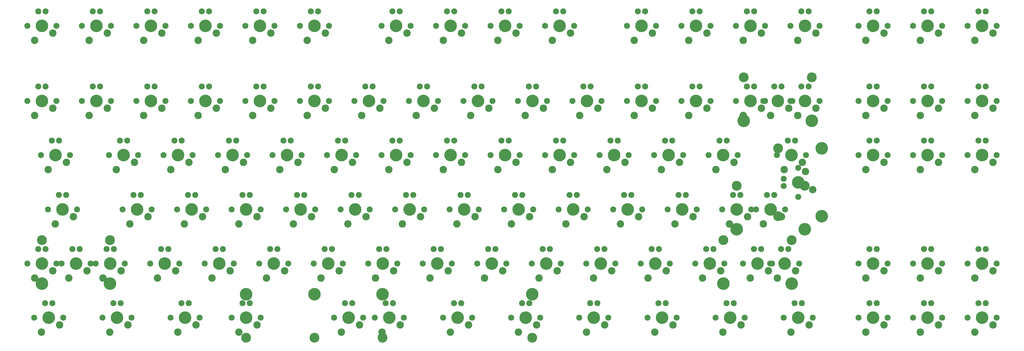
<source format=gbr>
G04 #@! TF.GenerationSoftware,KiCad,Pcbnew,5.1.5-52549c5~84~ubuntu16.04.1*
G04 #@! TF.CreationDate,2020-02-26T23:37:19+06:00*
G04 #@! TF.ProjectId,wasd-kbd80,77617364-2d6b-4626-9438-302e6b696361,rev?*
G04 #@! TF.SameCoordinates,Original*
G04 #@! TF.FileFunction,Soldermask,Top*
G04 #@! TF.FilePolarity,Negative*
%FSLAX46Y46*%
G04 Gerber Fmt 4.6, Leading zero omitted, Abs format (unit mm)*
G04 Created by KiCad (PCBNEW 5.1.5-52549c5~84~ubuntu16.04.1) date 2020-02-26 23:37:19*
%MOMM*%
%LPD*%
G04 APERTURE LIST*
%ADD10C,2.600000*%
%ADD11C,4.400000*%
%ADD12C,2.100000*%
%ADD13C,3.450000*%
G04 APERTURE END LIST*
D10*
X385800000Y-162300000D03*
X392150000Y-159760000D03*
D11*
X388340000Y-157220000D03*
D12*
X393420000Y-157220000D03*
X383260000Y-157220000D03*
X387070000Y-152140000D03*
X389610000Y-152140000D03*
D10*
X57200000Y-117000000D03*
X63550000Y-114460000D03*
D11*
X59740000Y-111920000D03*
D12*
X64820000Y-111920000D03*
X54660000Y-111920000D03*
X58470000Y-106840000D03*
X61010000Y-106840000D03*
D10*
X76250000Y-117000000D03*
X82600000Y-114460000D03*
D11*
X78790000Y-111920000D03*
D12*
X83870000Y-111920000D03*
X73710000Y-111920000D03*
X77520000Y-106840000D03*
X80060000Y-106840000D03*
D10*
X95300000Y-117000000D03*
X101650000Y-114460000D03*
D11*
X97840000Y-111920000D03*
D12*
X102920000Y-111920000D03*
X92760000Y-111920000D03*
X96570000Y-106840000D03*
X99110000Y-106840000D03*
D10*
X114350000Y-117000000D03*
X120700000Y-114460000D03*
D11*
X116890000Y-111920000D03*
D12*
X121970000Y-111920000D03*
X111810000Y-111920000D03*
X115620000Y-106840000D03*
X118160000Y-106840000D03*
D10*
X133400000Y-117000000D03*
X139750000Y-114460000D03*
D11*
X135940000Y-111920000D03*
D12*
X141020000Y-111920000D03*
X130860000Y-111920000D03*
X134670000Y-106840000D03*
X137210000Y-106840000D03*
X156260000Y-106840000D03*
X153720000Y-106840000D03*
X149910000Y-111920000D03*
X160070000Y-111920000D03*
D11*
X154990000Y-111920000D03*
D10*
X158800000Y-114460000D03*
X152450000Y-117000000D03*
D12*
X184810000Y-106840000D03*
X182270000Y-106840000D03*
X178460000Y-111920000D03*
X188620000Y-111920000D03*
D11*
X183540000Y-111920000D03*
D10*
X187350000Y-114460000D03*
X181000000Y-117000000D03*
X200050000Y-117000000D03*
X206400000Y-114460000D03*
D11*
X202590000Y-111920000D03*
D12*
X207670000Y-111920000D03*
X197510000Y-111920000D03*
X201320000Y-106840000D03*
X203860000Y-106840000D03*
X222910000Y-106840000D03*
X220370000Y-106840000D03*
X216560000Y-111920000D03*
X226720000Y-111920000D03*
D11*
X221640000Y-111920000D03*
D10*
X225450000Y-114460000D03*
X219100000Y-117000000D03*
X238150000Y-117000000D03*
X244500000Y-114460000D03*
D11*
X240690000Y-111920000D03*
D12*
X245770000Y-111920000D03*
X235610000Y-111920000D03*
X239420000Y-106840000D03*
X241960000Y-106840000D03*
D10*
X266750000Y-117000000D03*
X273100000Y-114460000D03*
D11*
X269290000Y-111920000D03*
D12*
X274370000Y-111920000D03*
X264210000Y-111920000D03*
X268020000Y-106840000D03*
X270560000Y-106840000D03*
X289610000Y-106840000D03*
X287070000Y-106840000D03*
X283260000Y-111920000D03*
X293420000Y-111920000D03*
D11*
X288340000Y-111920000D03*
D10*
X292150000Y-114460000D03*
X285800000Y-117000000D03*
X304850000Y-117000000D03*
X311200000Y-114460000D03*
D11*
X307390000Y-111920000D03*
D12*
X312470000Y-111920000D03*
X302310000Y-111920000D03*
X306120000Y-106840000D03*
X308660000Y-106840000D03*
X327710000Y-106840000D03*
X325170000Y-106840000D03*
X321360000Y-111920000D03*
X331520000Y-111920000D03*
D11*
X326440000Y-111920000D03*
D10*
X330250000Y-114460000D03*
X323900000Y-117000000D03*
D12*
X351510000Y-106840000D03*
X348970000Y-106840000D03*
X345160000Y-111920000D03*
X355320000Y-111920000D03*
D11*
X350240000Y-111920000D03*
D10*
X354050000Y-114460000D03*
X347700000Y-117000000D03*
X366750000Y-117000000D03*
X373100000Y-114460000D03*
D11*
X369290000Y-111920000D03*
D12*
X374370000Y-111920000D03*
X364210000Y-111920000D03*
X368020000Y-106840000D03*
X370560000Y-106840000D03*
X389610000Y-106840000D03*
X387070000Y-106840000D03*
X383260000Y-111920000D03*
X393420000Y-111920000D03*
D11*
X388340000Y-111920000D03*
D10*
X392150000Y-114460000D03*
X385800000Y-117000000D03*
D12*
X61010000Y-133140000D03*
X58470000Y-133140000D03*
X54660000Y-138220000D03*
X64820000Y-138220000D03*
D11*
X59740000Y-138220000D03*
D10*
X63550000Y-140760000D03*
X57200000Y-143300000D03*
X76250000Y-143300000D03*
X82600000Y-140760000D03*
D11*
X78790000Y-138220000D03*
D12*
X83870000Y-138220000D03*
X73710000Y-138220000D03*
X77520000Y-133140000D03*
X80060000Y-133140000D03*
X99110000Y-133140000D03*
X96570000Y-133140000D03*
X92760000Y-138220000D03*
X102920000Y-138220000D03*
D11*
X97840000Y-138220000D03*
D10*
X101650000Y-140760000D03*
X95300000Y-143300000D03*
X114350000Y-143300000D03*
X120700000Y-140760000D03*
D11*
X116890000Y-138220000D03*
D12*
X121970000Y-138220000D03*
X111810000Y-138220000D03*
X115620000Y-133140000D03*
X118160000Y-133140000D03*
D10*
X133400000Y-143300000D03*
X139750000Y-140760000D03*
D11*
X135940000Y-138220000D03*
D12*
X141020000Y-138220000D03*
X130860000Y-138220000D03*
X134670000Y-133140000D03*
X137210000Y-133140000D03*
D10*
X152450000Y-143300000D03*
X158800000Y-140760000D03*
D11*
X154990000Y-138220000D03*
D12*
X160070000Y-138220000D03*
X149910000Y-138220000D03*
X153720000Y-133140000D03*
X156260000Y-133140000D03*
D10*
X171500000Y-143300000D03*
X177850000Y-140760000D03*
D11*
X174040000Y-138220000D03*
D12*
X179120000Y-138220000D03*
X168960000Y-138220000D03*
X172770000Y-133140000D03*
X175310000Y-133140000D03*
X194360000Y-133140000D03*
X191820000Y-133140000D03*
X188010000Y-138220000D03*
X198170000Y-138220000D03*
D11*
X193090000Y-138220000D03*
D10*
X196900000Y-140760000D03*
X190550000Y-143300000D03*
X209600000Y-143300000D03*
X215950000Y-140760000D03*
D11*
X212140000Y-138220000D03*
D12*
X217220000Y-138220000D03*
X207060000Y-138220000D03*
X210870000Y-133140000D03*
X213410000Y-133140000D03*
D10*
X228650000Y-143300000D03*
X235000000Y-140760000D03*
D11*
X231190000Y-138220000D03*
D12*
X236270000Y-138220000D03*
X226110000Y-138220000D03*
X229920000Y-133140000D03*
X232460000Y-133140000D03*
D10*
X247700000Y-143300000D03*
X254050000Y-140760000D03*
D11*
X250240000Y-138220000D03*
D12*
X255320000Y-138220000D03*
X245160000Y-138220000D03*
X248970000Y-133140000D03*
X251510000Y-133140000D03*
X270560000Y-133140000D03*
X268020000Y-133140000D03*
X264210000Y-138220000D03*
X274370000Y-138220000D03*
D11*
X269290000Y-138220000D03*
D10*
X273100000Y-140760000D03*
X266750000Y-143300000D03*
D12*
X289610000Y-133140000D03*
X287070000Y-133140000D03*
X283260000Y-138220000D03*
X293420000Y-138220000D03*
D11*
X288340000Y-138220000D03*
D10*
X292150000Y-140760000D03*
X285800000Y-143300000D03*
X304850000Y-143300000D03*
X311200000Y-140760000D03*
D11*
X307390000Y-138220000D03*
D12*
X312470000Y-138220000D03*
X302310000Y-138220000D03*
X306120000Y-133140000D03*
X308660000Y-133140000D03*
D10*
X323900000Y-143300000D03*
X330250000Y-140760000D03*
D11*
X326440000Y-138220000D03*
D12*
X331520000Y-138220000D03*
X321360000Y-138220000D03*
X325170000Y-133140000D03*
X327710000Y-133140000D03*
D10*
X347700000Y-143300000D03*
X354050000Y-140760000D03*
D11*
X350240000Y-138220000D03*
D12*
X355320000Y-138220000D03*
X345160000Y-138220000D03*
X348970000Y-133140000D03*
X351510000Y-133140000D03*
D10*
X366750000Y-143300000D03*
X373100000Y-140760000D03*
D11*
X369290000Y-138220000D03*
D12*
X374370000Y-138220000D03*
X364210000Y-138220000D03*
X368020000Y-133140000D03*
X370560000Y-133140000D03*
X389610000Y-133140000D03*
X387070000Y-133140000D03*
X383260000Y-138220000D03*
X393420000Y-138220000D03*
D11*
X388340000Y-138220000D03*
D10*
X392150000Y-140760000D03*
X385800000Y-143300000D03*
D12*
X89560000Y-152140000D03*
X87020000Y-152140000D03*
X83210000Y-157220000D03*
X93370000Y-157220000D03*
D11*
X88290000Y-157220000D03*
D10*
X92100000Y-159760000D03*
X85750000Y-162300000D03*
D12*
X108610000Y-152140000D03*
X106070000Y-152140000D03*
X102260000Y-157220000D03*
X112420000Y-157220000D03*
D11*
X107340000Y-157220000D03*
D10*
X111150000Y-159760000D03*
X104800000Y-162300000D03*
D12*
X127660000Y-152140000D03*
X125120000Y-152140000D03*
X121310000Y-157220000D03*
X131470000Y-157220000D03*
D11*
X126390000Y-157220000D03*
D10*
X130200000Y-159760000D03*
X123850000Y-162300000D03*
D12*
X146710000Y-152140000D03*
X144170000Y-152140000D03*
X140360000Y-157220000D03*
X150520000Y-157220000D03*
D11*
X145440000Y-157220000D03*
D10*
X149250000Y-159760000D03*
X142900000Y-162300000D03*
D12*
X165760000Y-152140000D03*
X163220000Y-152140000D03*
X159410000Y-157220000D03*
X169570000Y-157220000D03*
D11*
X164490000Y-157220000D03*
D10*
X168300000Y-159760000D03*
X161950000Y-162300000D03*
X181000000Y-162300000D03*
X187350000Y-159760000D03*
D11*
X183540000Y-157220000D03*
D12*
X188620000Y-157220000D03*
X178460000Y-157220000D03*
X182270000Y-152140000D03*
X184810000Y-152140000D03*
X203860000Y-152140000D03*
X201320000Y-152140000D03*
X197510000Y-157220000D03*
X207670000Y-157220000D03*
D11*
X202590000Y-157220000D03*
D10*
X206400000Y-159760000D03*
X200050000Y-162300000D03*
D12*
X222910000Y-152140000D03*
X220370000Y-152140000D03*
X216560000Y-157220000D03*
X226720000Y-157220000D03*
D11*
X221640000Y-157220000D03*
D10*
X225450000Y-159760000D03*
X219100000Y-162300000D03*
D12*
X241960000Y-152140000D03*
X239420000Y-152140000D03*
X235610000Y-157220000D03*
X245770000Y-157220000D03*
D11*
X240690000Y-157220000D03*
D10*
X244500000Y-159760000D03*
X238150000Y-162300000D03*
D12*
X261010000Y-152140000D03*
X258470000Y-152140000D03*
X254660000Y-157220000D03*
X264820000Y-157220000D03*
D11*
X259740000Y-157220000D03*
D10*
X263550000Y-159760000D03*
X257200000Y-162300000D03*
D12*
X280060000Y-152140000D03*
X277520000Y-152140000D03*
X273710000Y-157220000D03*
X283870000Y-157220000D03*
D11*
X278790000Y-157220000D03*
D10*
X282600000Y-159760000D03*
X276250000Y-162300000D03*
D12*
X299110000Y-152140000D03*
X296570000Y-152140000D03*
X292760000Y-157220000D03*
X302920000Y-157220000D03*
D11*
X297840000Y-157220000D03*
D10*
X301650000Y-159760000D03*
X295300000Y-162300000D03*
X347700000Y-162300000D03*
X354050000Y-159760000D03*
D11*
X350240000Y-157220000D03*
D12*
X355320000Y-157220000D03*
X345160000Y-157220000D03*
X348970000Y-152140000D03*
X351510000Y-152140000D03*
D10*
X366750000Y-162300000D03*
X373100000Y-159760000D03*
D11*
X369290000Y-157220000D03*
D12*
X374370000Y-157220000D03*
X364210000Y-157220000D03*
X368020000Y-152140000D03*
X370560000Y-152140000D03*
D10*
X90500000Y-181300000D03*
X96850000Y-178760000D03*
D11*
X93040000Y-176220000D03*
D12*
X98120000Y-176220000D03*
X87960000Y-176220000D03*
X91770000Y-171140000D03*
X94310000Y-171140000D03*
D10*
X109550000Y-181300000D03*
X115900000Y-178760000D03*
D11*
X112090000Y-176220000D03*
D12*
X117170000Y-176220000D03*
X107010000Y-176220000D03*
X110820000Y-171140000D03*
X113360000Y-171140000D03*
D10*
X128600000Y-181300000D03*
X134950000Y-178760000D03*
D11*
X131140000Y-176220000D03*
D12*
X136220000Y-176220000D03*
X126060000Y-176220000D03*
X129870000Y-171140000D03*
X132410000Y-171140000D03*
D10*
X147650000Y-181300000D03*
X154000000Y-178760000D03*
D11*
X150190000Y-176220000D03*
D12*
X155270000Y-176220000D03*
X145110000Y-176220000D03*
X148920000Y-171140000D03*
X151460000Y-171140000D03*
D10*
X166700000Y-181300000D03*
X173050000Y-178760000D03*
D11*
X169240000Y-176220000D03*
D12*
X174320000Y-176220000D03*
X164160000Y-176220000D03*
X167970000Y-171140000D03*
X170510000Y-171140000D03*
D10*
X185750000Y-181300000D03*
X192100000Y-178760000D03*
D11*
X188290000Y-176220000D03*
D12*
X193370000Y-176220000D03*
X183210000Y-176220000D03*
X187020000Y-171140000D03*
X189560000Y-171140000D03*
D10*
X204800000Y-181300000D03*
X211150000Y-178760000D03*
D11*
X207340000Y-176220000D03*
D12*
X212420000Y-176220000D03*
X202260000Y-176220000D03*
X206070000Y-171140000D03*
X208610000Y-171140000D03*
D10*
X223850000Y-181300000D03*
X230200000Y-178760000D03*
D11*
X226390000Y-176220000D03*
D12*
X231470000Y-176220000D03*
X221310000Y-176220000D03*
X225120000Y-171140000D03*
X227660000Y-171140000D03*
D10*
X242900000Y-181300000D03*
X249250000Y-178760000D03*
D11*
X245440000Y-176220000D03*
D12*
X250520000Y-176220000D03*
X240360000Y-176220000D03*
X244170000Y-171140000D03*
X246710000Y-171140000D03*
X265760000Y-171140000D03*
X263220000Y-171140000D03*
X259410000Y-176220000D03*
X269570000Y-176220000D03*
D11*
X264490000Y-176220000D03*
D10*
X268300000Y-178760000D03*
X261950000Y-181300000D03*
D12*
X284810000Y-171140000D03*
X282270000Y-171140000D03*
X278460000Y-176220000D03*
X288620000Y-176220000D03*
D11*
X283540000Y-176220000D03*
D10*
X287350000Y-178760000D03*
X281000000Y-181300000D03*
D12*
X303860000Y-171140000D03*
X301320000Y-171140000D03*
X297510000Y-176220000D03*
X307670000Y-176220000D03*
D11*
X302590000Y-176220000D03*
D10*
X306400000Y-178760000D03*
X300050000Y-181300000D03*
D12*
X61010000Y-190140000D03*
X58470000Y-190140000D03*
X54660000Y-195220000D03*
X64820000Y-195220000D03*
D11*
X59740000Y-195220000D03*
D10*
X63550000Y-197760000D03*
X57200000Y-200300000D03*
D12*
X84860000Y-190140000D03*
X82320000Y-190140000D03*
X78510000Y-195220000D03*
X88670000Y-195220000D03*
D11*
X83590000Y-195220000D03*
D10*
X87400000Y-197760000D03*
X81050000Y-200300000D03*
D12*
X103910000Y-190140000D03*
X101370000Y-190140000D03*
X97560000Y-195220000D03*
X107720000Y-195220000D03*
D11*
X102640000Y-195220000D03*
D10*
X106450000Y-197760000D03*
X100100000Y-200300000D03*
D12*
X122960000Y-190140000D03*
X120420000Y-190140000D03*
X116610000Y-195220000D03*
X126770000Y-195220000D03*
D11*
X121690000Y-195220000D03*
D10*
X125500000Y-197760000D03*
X119150000Y-200300000D03*
D12*
X142010000Y-190140000D03*
X139470000Y-190140000D03*
X135660000Y-195220000D03*
X145820000Y-195220000D03*
D11*
X140740000Y-195220000D03*
D10*
X144550000Y-197760000D03*
X138200000Y-200300000D03*
D12*
X161060000Y-190140000D03*
X158520000Y-190140000D03*
X154710000Y-195220000D03*
X164870000Y-195220000D03*
D11*
X159790000Y-195220000D03*
D10*
X163600000Y-197760000D03*
X157250000Y-200300000D03*
D12*
X180110000Y-190140000D03*
X177570000Y-190140000D03*
X173760000Y-195220000D03*
X183920000Y-195220000D03*
D11*
X178840000Y-195220000D03*
D10*
X182650000Y-197760000D03*
X176300000Y-200300000D03*
D12*
X199160000Y-190140000D03*
X196620000Y-190140000D03*
X192810000Y-195220000D03*
X202970000Y-195220000D03*
D11*
X197890000Y-195220000D03*
D10*
X201700000Y-197760000D03*
X195350000Y-200300000D03*
D12*
X218210000Y-190140000D03*
X215670000Y-190140000D03*
X211860000Y-195220000D03*
X222020000Y-195220000D03*
D11*
X216940000Y-195220000D03*
D10*
X220750000Y-197760000D03*
X214400000Y-200300000D03*
D12*
X237260000Y-190140000D03*
X234720000Y-190140000D03*
X230910000Y-195220000D03*
X241070000Y-195220000D03*
D11*
X235990000Y-195220000D03*
D10*
X239800000Y-197760000D03*
X233450000Y-200300000D03*
D12*
X256310000Y-190140000D03*
X253770000Y-190140000D03*
X249960000Y-195220000D03*
X260120000Y-195220000D03*
D11*
X255040000Y-195220000D03*
D10*
X258850000Y-197760000D03*
X252500000Y-200300000D03*
D12*
X275360000Y-190140000D03*
X272820000Y-190140000D03*
X269010000Y-195220000D03*
X279170000Y-195220000D03*
D11*
X274090000Y-195220000D03*
D10*
X277900000Y-197760000D03*
X271550000Y-200300000D03*
X290600000Y-200300000D03*
X296950000Y-197760000D03*
D11*
X293140000Y-195220000D03*
D12*
X298220000Y-195220000D03*
X288060000Y-195220000D03*
X291870000Y-190140000D03*
X294410000Y-190140000D03*
X351510000Y-190140000D03*
X348970000Y-190140000D03*
X345160000Y-195220000D03*
X355320000Y-195220000D03*
D11*
X350240000Y-195220000D03*
D10*
X354050000Y-197760000D03*
X347700000Y-200300000D03*
D12*
X370560000Y-190140000D03*
X368020000Y-190140000D03*
X364210000Y-195220000D03*
X374370000Y-195220000D03*
D11*
X369290000Y-195220000D03*
D10*
X373100000Y-197760000D03*
X366750000Y-200300000D03*
X385800000Y-200300000D03*
X392150000Y-197760000D03*
D11*
X388340000Y-195220000D03*
D12*
X393420000Y-195220000D03*
X383260000Y-195220000D03*
X387070000Y-190140000D03*
X389610000Y-190140000D03*
D10*
X128600000Y-219300000D03*
X134950000Y-216760000D03*
D11*
X131140000Y-214220000D03*
D12*
X136220000Y-214220000D03*
X126060000Y-214220000D03*
X129870000Y-209140000D03*
X132410000Y-209140000D03*
D10*
X314400000Y-143300000D03*
X320750000Y-140760000D03*
D11*
X316940000Y-138220000D03*
D12*
X322020000Y-138220000D03*
X311860000Y-138220000D03*
D11*
X305040000Y-145220000D03*
X328840000Y-145220000D03*
D13*
X328840000Y-129980000D03*
X305040000Y-129980000D03*
D12*
X315670000Y-133140000D03*
X318210000Y-133140000D03*
D10*
X61900000Y-162300000D03*
X68250000Y-159760000D03*
D11*
X64440000Y-157220000D03*
D12*
X69520000Y-157220000D03*
X59360000Y-157220000D03*
X63170000Y-152140000D03*
X65710000Y-152140000D03*
D10*
X64350000Y-181300000D03*
X70700000Y-178760000D03*
D11*
X66890000Y-176220000D03*
D12*
X71970000Y-176220000D03*
X61810000Y-176220000D03*
X65620000Y-171140000D03*
X68160000Y-171140000D03*
D10*
X319150000Y-162300000D03*
X325500000Y-159760000D03*
D11*
X321690000Y-157220000D03*
D12*
X326770000Y-157220000D03*
X316610000Y-157220000D03*
X320420000Y-152140000D03*
X322960000Y-152140000D03*
D10*
X69100000Y-200300000D03*
X75450000Y-197760000D03*
D11*
X71640000Y-195220000D03*
D12*
X76720000Y-195220000D03*
X66560000Y-195220000D03*
D11*
X59740000Y-202220000D03*
X83540000Y-202220000D03*
D13*
X83540000Y-186980000D03*
X59740000Y-186980000D03*
D12*
X70370000Y-190140000D03*
X72910000Y-190140000D03*
D10*
X307300000Y-200300000D03*
X313650000Y-197760000D03*
D11*
X309840000Y-195220000D03*
D12*
X314920000Y-195220000D03*
X304760000Y-195220000D03*
D11*
X297940000Y-202220000D03*
X321740000Y-202220000D03*
D13*
X321740000Y-186980000D03*
X297940000Y-186980000D03*
D12*
X311110000Y-190140000D03*
X308570000Y-190140000D03*
D10*
X316800000Y-200300000D03*
X323150000Y-197760000D03*
D11*
X319340000Y-195220000D03*
D12*
X324420000Y-195220000D03*
X314260000Y-195220000D03*
X318070000Y-190140000D03*
X320610000Y-190140000D03*
D10*
X366750000Y-219300000D03*
X373100000Y-216760000D03*
D11*
X369290000Y-214220000D03*
D12*
X374370000Y-214220000D03*
X364210000Y-214220000D03*
X368020000Y-209140000D03*
X370560000Y-209140000D03*
D10*
X385800000Y-219300000D03*
X392150000Y-216760000D03*
D11*
X388340000Y-214220000D03*
D12*
X393420000Y-214220000D03*
X383260000Y-214220000D03*
X387070000Y-209140000D03*
X389610000Y-209140000D03*
X60870000Y-209140000D03*
X63410000Y-209140000D03*
X57060000Y-214220000D03*
X67220000Y-214220000D03*
D11*
X62140000Y-214220000D03*
D10*
X65950000Y-216760000D03*
X59600000Y-219300000D03*
X83400000Y-219300000D03*
X89750000Y-216760000D03*
D11*
X85940000Y-214220000D03*
D12*
X91020000Y-214220000D03*
X80860000Y-214220000D03*
X87210000Y-209140000D03*
X84670000Y-209140000D03*
D10*
X107200000Y-219300000D03*
X113550000Y-216760000D03*
D11*
X109740000Y-214220000D03*
D12*
X114820000Y-214220000D03*
X104660000Y-214220000D03*
X111010000Y-209140000D03*
X108470000Y-209140000D03*
D10*
X178600000Y-219300000D03*
X184950000Y-216760000D03*
D11*
X181140000Y-214220000D03*
D12*
X186220000Y-214220000D03*
X176060000Y-214220000D03*
D11*
X131140000Y-205980000D03*
X231140000Y-205980000D03*
D13*
X231140000Y-221220000D03*
X131140000Y-221220000D03*
D12*
X179870000Y-209140000D03*
X182410000Y-209140000D03*
D10*
X250100000Y-219300000D03*
X256450000Y-216760000D03*
D11*
X252640000Y-214220000D03*
D12*
X257720000Y-214220000D03*
X247560000Y-214220000D03*
X253910000Y-209140000D03*
X251370000Y-209140000D03*
X275170000Y-209140000D03*
X277710000Y-209140000D03*
X271360000Y-214220000D03*
X281520000Y-214220000D03*
D11*
X276440000Y-214220000D03*
D10*
X280250000Y-216760000D03*
X273900000Y-219300000D03*
X297700000Y-219300000D03*
X304050000Y-216760000D03*
D11*
X300240000Y-214220000D03*
D12*
X305320000Y-214220000D03*
X295160000Y-214220000D03*
X301510000Y-209140000D03*
X298970000Y-209140000D03*
X322820000Y-209140000D03*
X325360000Y-209140000D03*
X319010000Y-214220000D03*
X329170000Y-214220000D03*
D11*
X324090000Y-214220000D03*
D10*
X327900000Y-216760000D03*
X321550000Y-219300000D03*
X347700000Y-219300000D03*
X354050000Y-216760000D03*
D11*
X350240000Y-214220000D03*
D12*
X355320000Y-214220000D03*
X345160000Y-214220000D03*
X348970000Y-209140000D03*
X351510000Y-209140000D03*
D10*
X202500000Y-219300000D03*
X208850000Y-216760000D03*
D11*
X205040000Y-214220000D03*
D12*
X210120000Y-214220000D03*
X199960000Y-214220000D03*
X206310000Y-209140000D03*
X203770000Y-209140000D03*
X227570000Y-209140000D03*
X230110000Y-209140000D03*
X223760000Y-214220000D03*
X233920000Y-214220000D03*
D11*
X228840000Y-214220000D03*
D10*
X232650000Y-216760000D03*
X226300000Y-219300000D03*
X164350000Y-219300000D03*
X170700000Y-216760000D03*
D11*
X166890000Y-214220000D03*
D12*
X171970000Y-214220000D03*
X161810000Y-214220000D03*
D11*
X154990000Y-205980000D03*
X178790000Y-205980000D03*
D13*
X178790000Y-221220000D03*
X154990000Y-221220000D03*
D12*
X168160000Y-209140000D03*
X165620000Y-209140000D03*
D10*
X311900000Y-181300000D03*
X318250000Y-178760000D03*
D11*
X314440000Y-176220000D03*
D12*
X319520000Y-176220000D03*
X309360000Y-176220000D03*
D11*
X302540000Y-183220000D03*
X326340000Y-183220000D03*
D13*
X326340000Y-167980000D03*
X302540000Y-167980000D03*
D12*
X313170000Y-171140000D03*
X315710000Y-171140000D03*
D10*
X329150000Y-169300000D03*
X326610000Y-162950000D03*
D11*
X324070000Y-166760000D03*
D12*
X324070000Y-161680000D03*
X324070000Y-171840000D03*
D11*
X332310000Y-154860000D03*
X332310000Y-178660000D03*
D13*
X317070000Y-178660000D03*
X317070000Y-154860000D03*
D12*
X318990000Y-168030000D03*
X318990000Y-165490000D03*
M02*

</source>
